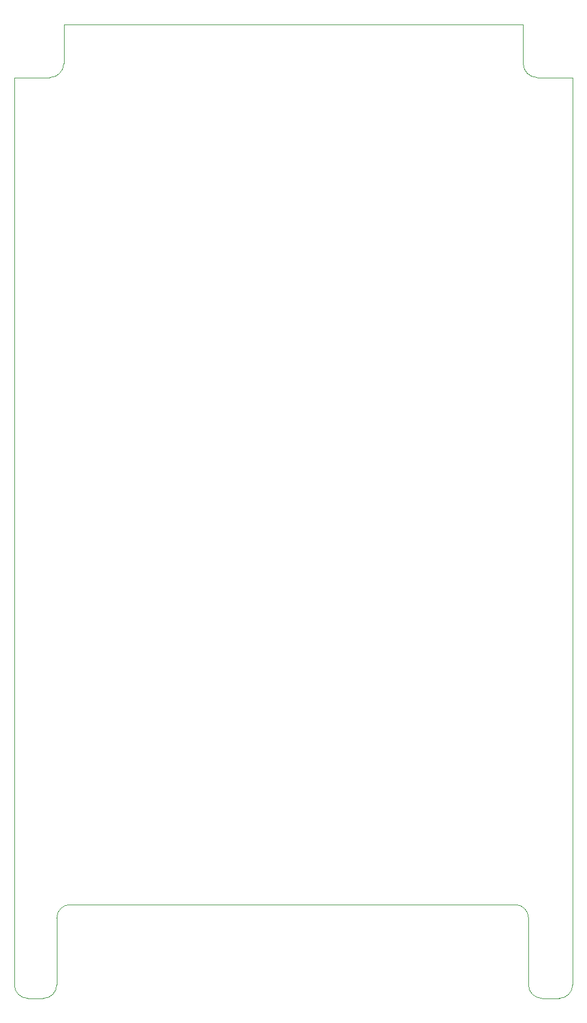
<source format=gbr>
G04 #@! TF.GenerationSoftware,KiCad,Pcbnew,(5.1.5)-3*
G04 #@! TF.CreationDate,2020-04-07T21:38:51+01:00*
G04 #@! TF.ProjectId,Keypad,4b657970-6164-42e6-9b69-6361645f7063,1*
G04 #@! TF.SameCoordinates,Original*
G04 #@! TF.FileFunction,Profile,NP*
%FSLAX46Y46*%
G04 Gerber Fmt 4.6, Leading zero omitted, Abs format (unit mm)*
G04 Created by KiCad (PCBNEW (5.1.5)-3) date 2020-04-07 21:38:51*
%MOMM*%
%LPD*%
G04 APERTURE LIST*
%ADD10C,0.100000*%
G04 APERTURE END LIST*
D10*
X110000000Y-42000000D02*
X110000000Y-37390000D01*
X189000000Y-37390000D02*
X189000000Y-42000000D01*
X184658000Y-167775000D02*
X187095000Y-167775000D01*
X182753000Y-156413200D02*
X182753000Y-165870000D01*
X117906800Y-154508200D02*
X180848000Y-154508200D01*
X116005000Y-165870000D02*
X116001800Y-156413200D01*
X111905000Y-167775000D02*
X114100000Y-167775000D01*
X180848000Y-154508200D02*
G75*
G02X182753000Y-156413200I0J-1905000D01*
G01*
X116001800Y-156413200D02*
G75*
G02X117906800Y-154508200I1905000J0D01*
G01*
X184658000Y-167775000D02*
G75*
G02X182753000Y-165870000I0J1905000D01*
G01*
X116005000Y-165870000D02*
G75*
G02X114100000Y-167775000I-1905000J0D01*
G01*
X184000000Y-37390000D02*
G75*
G02X182000000Y-35390000I0J2000000D01*
G01*
X189000000Y-37390000D02*
X184000000Y-37390000D01*
X182000000Y-29890000D02*
X182000000Y-35390000D01*
X117000000Y-35390000D02*
G75*
G02X115000000Y-37390000I-2000000J0D01*
G01*
X117000000Y-35390000D02*
X117000000Y-29890000D01*
X110000000Y-37390000D02*
X115000000Y-37390000D01*
X189000000Y-165870000D02*
G75*
G02X187095000Y-167775000I-1905000J0D01*
G01*
X111905000Y-167775000D02*
G75*
G02X110000000Y-165870000I0J1905000D01*
G01*
X110000000Y-165870000D02*
X110000000Y-42000000D01*
X189000000Y-42000000D02*
X189000000Y-165870000D01*
X117000000Y-29890000D02*
X182000000Y-29890000D01*
M02*

</source>
